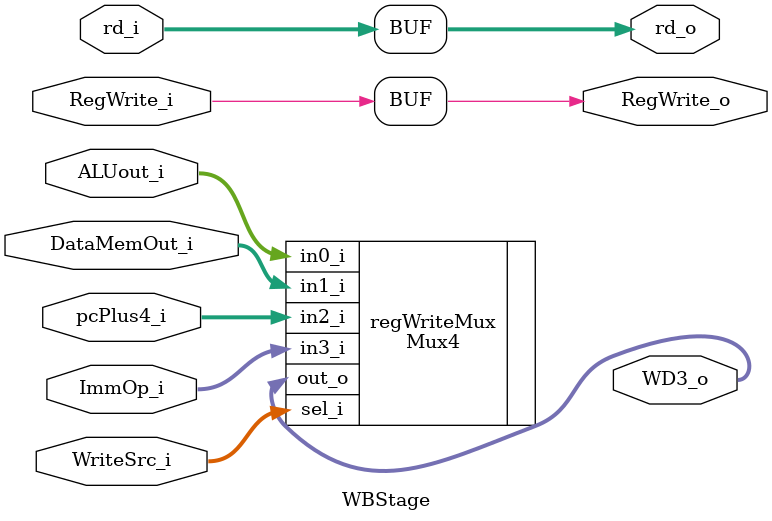
<source format=sv>
module WBStage (
	input logic 				RegWrite_i,
  input logic [1:0] 	WriteSrc_i,
  input logic [31:0] 	ALUout_i, // input for WB stage
  input logic [31:0] 	DataMemOut_i,
  input logic [31:0] 	pcPlus4_i,
  input logic [31:0] 	ImmOp_i,
  input logic [4:0]  	rd_i,

  output logic        RegWrite_o,
	output logic [4:0]	rd_o,
	output logic [31:0]	WD3_o
);

Mux4 #(32) regWriteMux (
	.sel_i (WriteSrc_i),
	.in0_i (ALUout_i),
	.in1_i (DataMemOut_i),
  .in2_i (pcPlus4_i),
  .in3_i (ImmOp_i),

	.out_o (WD3_o)
);

assign RegWrite_o = RegWrite_i;
assign rd_o = rd_i;

endmodule

</source>
